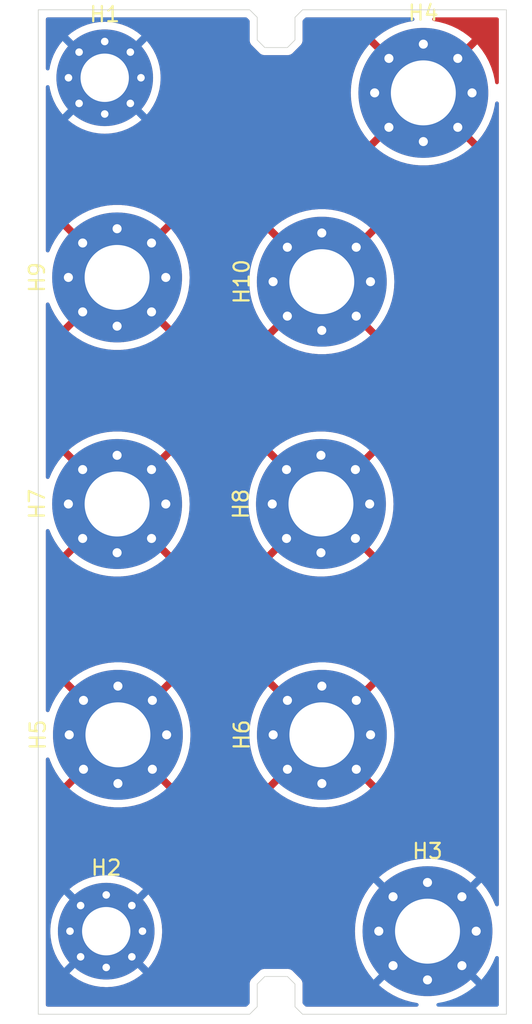
<source format=kicad_pcb>
(kicad_pcb (version 20240108) (generator "pcbnew") (generator_version "8.0")
  (layers (0 "F.Cu" signal) (31 "B.Cu" signal) (34 "B.Paste" user) (35 "F.Paste" user) (36 "B.SilkS" user "B.Silkscreen") (37 "F.SilkS" user "F.Silkscreen") (38 "B.Mask" user) (39 "F.Mask" user) (44 "Edge.Cuts" user))
  (net 0 "")
  (net 1 "/GND")
  (net 2 "/5V")
  (footprint "MountingHole:MountingHole_4.3mm_M4_Pad_Via" (layer "F.Cu") (at 112.219581 96.219581 90)
    (property "Reference" "H8" (at 0 -5.3 90) (layer "F.SilkS"))
    (property "Value" "MountingHole_Pad")
    (pad "1" thru_hole circle (at -3.225 0 90) (size 0.9 0.9) (drill 0.6) (layers "*.Cu" "*.Mask" "In1.Cu" "In2.Cu" "In3.Cu" "In4.Cu" "In5.Cu" "In6.Cu" "In7.Cu" "In8.Cu" "In9.Cu" "In10.Cu" "In11.Cu" "In12.Cu" "In13.Cu" "In14.Cu" "In15.Cu" "In16.Cu" "In17.Cu" "In18.Cu" "In19.Cu" "In20.Cu" "In21.Cu" "In22.Cu" "In23.Cu" "In24.Cu" "In25.Cu" "In26.Cu" "In27.Cu" "In28.Cu" "In29.Cu" "In30.Cu") (net 2 "/5V"))
    (pad "1" thru_hole circle (at -2.280419 -2.280419 90) (size 0.9 0.9) (drill 0.6) (layers "*.Cu" "*.Mask" "In1.Cu" "In2.Cu" "In3.Cu" "In4.Cu" "In5.Cu" "In6.Cu" "In7.Cu" "In8.Cu" "In9.Cu" "In10.Cu" "In11.Cu" "In12.Cu" "In13.Cu" "In14.Cu" "In15.Cu" "In16.Cu" "In17.Cu" "In18.Cu" "In19.Cu" "In20.Cu" "In21.Cu" "In22.Cu" "In23.Cu" "In24.Cu" "In25.Cu" "In26.Cu" "In27.Cu" "In28.Cu" "In29.Cu" "In30.Cu") (net 2 "/5V"))
    (pad "1" thru_hole circle (at -2.280419 2.280419 90) (size 0.9 0.9) (drill 0.6) (layers "*.Cu" "*.Mask" "In1.Cu" "In2.Cu" "In3.Cu" "In4.Cu" "In5.Cu" "In6.Cu" "In7.Cu" "In8.Cu" "In9.Cu" "In10.Cu" "In11.Cu" "In12.Cu" "In13.Cu" "In14.Cu" "In15.Cu" "In16.Cu" "In17.Cu" "In18.Cu" "In19.Cu" "In20.Cu" "In21.Cu" "In22.Cu" "In23.Cu" "In24.Cu" "In25.Cu" "In26.Cu" "In27.Cu" "In28.Cu" "In29.Cu" "In30.Cu") (net 2 "/5V"))
    (pad "1" thru_hole circle (at 0 -3.225 90) (size 0.9 0.9) (drill 0.6) (layers "*.Cu" "*.Mask" "In1.Cu" "In2.Cu" "In3.Cu" "In4.Cu" "In5.Cu" "In6.Cu" "In7.Cu" "In8.Cu" "In9.Cu" "In10.Cu" "In11.Cu" "In12.Cu" "In13.Cu" "In14.Cu" "In15.Cu" "In16.Cu" "In17.Cu" "In18.Cu" "In19.Cu" "In20.Cu" "In21.Cu" "In22.Cu" "In23.Cu" "In24.Cu" "In25.Cu" "In26.Cu" "In27.Cu" "In28.Cu" "In29.Cu" "In30.Cu") (net 2 "/5V"))
    (pad "1" thru_hole circle (at 0 0 90) (size 8.6 8.6) (drill 4.3) (layers "*.Cu" "*.Mask" "In1.Cu" "In2.Cu" "In3.Cu" "In4.Cu" "In5.Cu" "In6.Cu" "In7.Cu" "In8.Cu" "In9.Cu" "In10.Cu" "In11.Cu" "In12.Cu" "In13.Cu" "In14.Cu" "In15.Cu" "In16.Cu" "In17.Cu" "In18.Cu" "In19.Cu" "In20.Cu" "In21.Cu" "In22.Cu" "In23.Cu" "In24.Cu" "In25.Cu" "In26.Cu" "In27.Cu" "In28.Cu" "In29.Cu" "In30.Cu") (net 2 "/5V"))
    (pad "1" thru_hole circle (at 0 3.225 90) (size 0.9 0.9) (drill 0.6) (layers "*.Cu" "*.Mask" "In1.Cu" "In2.Cu" "In3.Cu" "In4.Cu" "In5.Cu" "In6.Cu" "In7.Cu" "In8.Cu" "In9.Cu" "In10.Cu" "In11.Cu" "In12.Cu" "In13.Cu" "In14.Cu" "In15.Cu" "In16.Cu" "In17.Cu" "In18.Cu" "In19.Cu" "In20.Cu" "In21.Cu" "In22.Cu" "In23.Cu" "In24.Cu" "In25.Cu" "In26.Cu" "In27.Cu" "In28.Cu" "In29.Cu" "In30.Cu") (net 2 "/5V"))
    (pad "1" thru_hole circle (at 2.280419 -2.280419 90) (size 0.9 0.9) (drill 0.6) (layers "*.Cu" "*.Mask" "In1.Cu" "In2.Cu" "In3.Cu" "In4.Cu" "In5.Cu" "In6.Cu" "In7.Cu" "In8.Cu" "In9.Cu" "In10.Cu" "In11.Cu" "In12.Cu" "In13.Cu" "In14.Cu" "In15.Cu" "In16.Cu" "In17.Cu" "In18.Cu" "In19.Cu" "In20.Cu" "In21.Cu" "In22.Cu" "In23.Cu" "In24.Cu" "In25.Cu" "In26.Cu" "In27.Cu" "In28.Cu" "In29.Cu" "In30.Cu") (net 2 "/5V"))
    (pad "1" thru_hole circle (at 2.280419 2.280419 90) (size 0.9 0.9) (drill 0.6) (layers "*.Cu" "*.Mask" "In1.Cu" "In2.Cu" "In3.Cu" "In4.Cu" "In5.Cu" "In6.Cu" "In7.Cu" "In8.Cu" "In9.Cu" "In10.Cu" "In11.Cu" "In12.Cu" "In13.Cu" "In14.Cu" "In15.Cu" "In16.Cu" "In17.Cu" "In18.Cu" "In19.Cu" "In20.Cu" "In21.Cu" "In22.Cu" "In23.Cu" "In24.Cu" "In25.Cu" "In26.Cu" "In27.Cu" "In28.Cu" "In29.Cu" "In30.Cu") (net 2 "/5V"))
    (pad "1" thru_hole circle (at 3.225 0 90) (size 0.9 0.9) (drill 0.6) (layers "*.Cu" "*.Mask" "In1.Cu" "In2.Cu" "In3.Cu" "In4.Cu" "In5.Cu" "In6.Cu" "In7.Cu" "In8.Cu" "In9.Cu" "In10.Cu" "In11.Cu" "In12.Cu" "In13.Cu" "In14.Cu" "In15.Cu" "In16.Cu" "In17.Cu" "In18.Cu" "In19.Cu" "In20.Cu" "In21.Cu" "In22.Cu" "In23.Cu" "In24.Cu" "In25.Cu" "In26.Cu" "In27.Cu" "In28.Cu" "In29.Cu" "In30.Cu") (net 2 "/5V"))
  )
  (footprint "MountingHole:MountingHole_3.2mm_M3_Pad_Via" (layer "F.Cu") (at 98 124.5)
    (property "Reference" "H2" (at 0 -4.2 0) (layer "F.SilkS"))
    (property "Value" "MountingHole_Pad")
    (pad "1" thru_hole circle (at -2.4 0) (size 0.8 0.8) (drill 0.5) (layers "*.Cu" "*.Mask" "In1.Cu" "In2.Cu" "In3.Cu" "In4.Cu" "In5.Cu" "In6.Cu" "In7.Cu" "In8.Cu" "In9.Cu" "In10.Cu" "In11.Cu" "In12.Cu" "In13.Cu" "In14.Cu" "In15.Cu" "In16.Cu" "In17.Cu" "In18.Cu" "In19.Cu" "In20.Cu" "In21.Cu" "In22.Cu" "In23.Cu" "In24.Cu" "In25.Cu" "In26.Cu" "In27.Cu" "In28.Cu" "In29.Cu" "In30.Cu") (net 1 "/GND"))
    (pad "1" thru_hole circle (at -1.697056 -1.697056) (size 0.8 0.8) (drill 0.5) (layers "*.Cu" "*.Mask" "In1.Cu" "In2.Cu" "In3.Cu" "In4.Cu" "In5.Cu" "In6.Cu" "In7.Cu" "In8.Cu" "In9.Cu" "In10.Cu" "In11.Cu" "In12.Cu" "In13.Cu" "In14.Cu" "In15.Cu" "In16.Cu" "In17.Cu" "In18.Cu" "In19.Cu" "In20.Cu" "In21.Cu" "In22.Cu" "In23.Cu" "In24.Cu" "In25.Cu" "In26.Cu" "In27.Cu" "In28.Cu" "In29.Cu" "In30.Cu") (net 1 "/GND"))
    (pad "1" thru_hole circle (at -1.697056 1.697056) (size 0.8 0.8) (drill 0.5) (layers "*.Cu" "*.Mask" "In1.Cu" "In2.Cu" "In3.Cu" "In4.Cu" "In5.Cu" "In6.Cu" "In7.Cu" "In8.Cu" "In9.Cu" "In10.Cu" "In11.Cu" "In12.Cu" "In13.Cu" "In14.Cu" "In15.Cu" "In16.Cu" "In17.Cu" "In18.Cu" "In19.Cu" "In20.Cu" "In21.Cu" "In22.Cu" "In23.Cu" "In24.Cu" "In25.Cu" "In26.Cu" "In27.Cu" "In28.Cu" "In29.Cu" "In30.Cu") (net 1 "/GND"))
    (pad "1" thru_hole circle (at 0 -2.4) (size 0.8 0.8) (drill 0.5) (layers "*.Cu" "*.Mask" "In1.Cu" "In2.Cu" "In3.Cu" "In4.Cu" "In5.Cu" "In6.Cu" "In7.Cu" "In8.Cu" "In9.Cu" "In10.Cu" "In11.Cu" "In12.Cu" "In13.Cu" "In14.Cu" "In15.Cu" "In16.Cu" "In17.Cu" "In18.Cu" "In19.Cu" "In20.Cu" "In21.Cu" "In22.Cu" "In23.Cu" "In24.Cu" "In25.Cu" "In26.Cu" "In27.Cu" "In28.Cu" "In29.Cu" "In30.Cu") (net 1 "/GND"))
    (pad "1" thru_hole circle (at 0 0) (size 6.4 6.4) (drill 3.2) (layers "*.Cu" "*.Mask" "In1.Cu" "In2.Cu" "In3.Cu" "In4.Cu" "In5.Cu" "In6.Cu" "In7.Cu" "In8.Cu" "In9.Cu" "In10.Cu" "In11.Cu" "In12.Cu" "In13.Cu" "In14.Cu" "In15.Cu" "In16.Cu" "In17.Cu" "In18.Cu" "In19.Cu" "In20.Cu" "In21.Cu" "In22.Cu" "In23.Cu" "In24.Cu" "In25.Cu" "In26.Cu" "In27.Cu" "In28.Cu" "In29.Cu" "In30.Cu") (net 1 "/GND"))
    (pad "1" thru_hole circle (at 0 2.4) (size 0.8 0.8) (drill 0.5) (layers "*.Cu" "*.Mask" "In1.Cu" "In2.Cu" "In3.Cu" "In4.Cu" "In5.Cu" "In6.Cu" "In7.Cu" "In8.Cu" "In9.Cu" "In10.Cu" "In11.Cu" "In12.Cu" "In13.Cu" "In14.Cu" "In15.Cu" "In16.Cu" "In17.Cu" "In18.Cu" "In19.Cu" "In20.Cu" "In21.Cu" "In22.Cu" "In23.Cu" "In24.Cu" "In25.Cu" "In26.Cu" "In27.Cu" "In28.Cu" "In29.Cu" "In30.Cu") (net 1 "/GND"))
    (pad "1" thru_hole circle (at 1.697056 -1.697056) (size 0.8 0.8) (drill 0.5) (layers "*.Cu" "*.Mask" "In1.Cu" "In2.Cu" "In3.Cu" "In4.Cu" "In5.Cu" "In6.Cu" "In7.Cu" "In8.Cu" "In9.Cu" "In10.Cu" "In11.Cu" "In12.Cu" "In13.Cu" "In14.Cu" "In15.Cu" "In16.Cu" "In17.Cu" "In18.Cu" "In19.Cu" "In20.Cu" "In21.Cu" "In22.Cu" "In23.Cu" "In24.Cu" "In25.Cu" "In26.Cu" "In27.Cu" "In28.Cu" "In29.Cu" "In30.Cu") (net 1 "/GND"))
    (pad "1" thru_hole circle (at 1.697056 1.697056) (size 0.8 0.8) (drill 0.5) (layers "*.Cu" "*.Mask" "In1.Cu" "In2.Cu" "In3.Cu" "In4.Cu" "In5.Cu" "In6.Cu" "In7.Cu" "In8.Cu" "In9.Cu" "In10.Cu" "In11.Cu" "In12.Cu" "In13.Cu" "In14.Cu" "In15.Cu" "In16.Cu" "In17.Cu" "In18.Cu" "In19.Cu" "In20.Cu" "In21.Cu" "In22.Cu" "In23.Cu" "In24.Cu" "In25.Cu" "In26.Cu" "In27.Cu" "In28.Cu" "In29.Cu" "In30.Cu") (net 1 "/GND"))
    (pad "1" thru_hole circle (at 2.4 0) (size 0.8 0.8) (drill 0.5) (layers "*.Cu" "*.Mask" "In1.Cu" "In2.Cu" "In3.Cu" "In4.Cu" "In5.Cu" "In6.Cu" "In7.Cu" "In8.Cu" "In9.Cu" "In10.Cu" "In11.Cu" "In12.Cu" "In13.Cu" "In14.Cu" "In15.Cu" "In16.Cu" "In17.Cu" "In18.Cu" "In19.Cu" "In20.Cu" "In21.Cu" "In22.Cu" "In23.Cu" "In24.Cu" "In25.Cu" "In26.Cu" "In27.Cu" "In28.Cu" "In29.Cu" "In30.Cu") (net 1 "/GND"))
  )
  (footprint "MountingHole:MountingHole_3.2mm_M3_Pad_Via" (layer "F.Cu") (at 97.9 68)
    (property "Reference" "H1" (at 0 -4.2 0) (layer "F.SilkS"))
    (property "Value" "MountingHole_Pad")
    (pad "1" thru_hole circle (at -2.4 0) (size 0.8 0.8) (drill 0.5) (layers "*.Cu" "*.Mask" "In1.Cu" "In2.Cu" "In3.Cu" "In4.Cu" "In5.Cu" "In6.Cu" "In7.Cu" "In8.Cu" "In9.Cu" "In10.Cu" "In11.Cu" "In12.Cu" "In13.Cu" "In14.Cu" "In15.Cu" "In16.Cu" "In17.Cu" "In18.Cu" "In19.Cu" "In20.Cu" "In21.Cu" "In22.Cu" "In23.Cu" "In24.Cu" "In25.Cu" "In26.Cu" "In27.Cu" "In28.Cu" "In29.Cu" "In30.Cu") (net 1 "/GND"))
    (pad "1" thru_hole circle (at -1.697056 -1.697056) (size 0.8 0.8) (drill 0.5) (layers "*.Cu" "*.Mask" "In1.Cu" "In2.Cu" "In3.Cu" "In4.Cu" "In5.Cu" "In6.Cu" "In7.Cu" "In8.Cu" "In9.Cu" "In10.Cu" "In11.Cu" "In12.Cu" "In13.Cu" "In14.Cu" "In15.Cu" "In16.Cu" "In17.Cu" "In18.Cu" "In19.Cu" "In20.Cu" "In21.Cu" "In22.Cu" "In23.Cu" "In24.Cu" "In25.Cu" "In26.Cu" "In27.Cu" "In28.Cu" "In29.Cu" "In30.Cu") (net 1 "/GND"))
    (pad "1" thru_hole circle (at -1.697056 1.697056) (size 0.8 0.8) (drill 0.5) (layers "*.Cu" "*.Mask" "In1.Cu" "In2.Cu" "In3.Cu" "In4.Cu" "In5.Cu" "In6.Cu" "In7.Cu" "In8.Cu" "In9.Cu" "In10.Cu" "In11.Cu" "In12.Cu" "In13.Cu" "In14.Cu" "In15.Cu" "In16.Cu" "In17.Cu" "In18.Cu" "In19.Cu" "In20.Cu" "In21.Cu" "In22.Cu" "In23.Cu" "In24.Cu" "In25.Cu" "In26.Cu" "In27.Cu" "In28.Cu" "In29.Cu" "In30.Cu") (net 1 "/GND"))
    (pad "1" thru_hole circle (at 0 -2.4) (size 0.8 0.8) (drill 0.5) (layers "*.Cu" "*.Mask" "In1.Cu" "In2.Cu" "In3.Cu" "In4.Cu" "In5.Cu" "In6.Cu" "In7.Cu" "In8.Cu" "In9.Cu" "In10.Cu" "In11.Cu" "In12.Cu" "In13.Cu" "In14.Cu" "In15.Cu" "In16.Cu" "In17.Cu" "In18.Cu" "In19.Cu" "In20.Cu" "In21.Cu" "In22.Cu" "In23.Cu" "In24.Cu" "In25.Cu" "In26.Cu" "In27.Cu" "In28.Cu" "In29.Cu" "In30.Cu") (net 1 "/GND"))
    (pad "1" thru_hole circle (at 0 0) (size 6.4 6.4) (drill 3.2) (layers "*.Cu" "*.Mask" "In1.Cu" "In2.Cu" "In3.Cu" "In4.Cu" "In5.Cu" "In6.Cu" "In7.Cu" "In8.Cu" "In9.Cu" "In10.Cu" "In11.Cu" "In12.Cu" "In13.Cu" "In14.Cu" "In15.Cu" "In16.Cu" "In17.Cu" "In18.Cu" "In19.Cu" "In20.Cu" "In21.Cu" "In22.Cu" "In23.Cu" "In24.Cu" "In25.Cu" "In26.Cu" "In27.Cu" "In28.Cu" "In29.Cu" "In30.Cu") (net 1 "/GND"))
    (pad "1" thru_hole circle (at 0 2.4) (size 0.8 0.8) (drill 0.5) (layers "*.Cu" "*.Mask" "In1.Cu" "In2.Cu" "In3.Cu" "In4.Cu" "In5.Cu" "In6.Cu" "In7.Cu" "In8.Cu" "In9.Cu" "In10.Cu" "In11.Cu" "In12.Cu" "In13.Cu" "In14.Cu" "In15.Cu" "In16.Cu" "In17.Cu" "In18.Cu" "In19.Cu" "In20.Cu" "In21.Cu" "In22.Cu" "In23.Cu" "In24.Cu" "In25.Cu" "In26.Cu" "In27.Cu" "In28.Cu" "In29.Cu" "In30.Cu") (net 1 "/GND"))
    (pad "1" thru_hole circle (at 1.697056 -1.697056) (size 0.8 0.8) (drill 0.5) (layers "*.Cu" "*.Mask" "In1.Cu" "In2.Cu" "In3.Cu" "In4.Cu" "In5.Cu" "In6.Cu" "In7.Cu" "In8.Cu" "In9.Cu" "In10.Cu" "In11.Cu" "In12.Cu" "In13.Cu" "In14.Cu" "In15.Cu" "In16.Cu" "In17.Cu" "In18.Cu" "In19.Cu" "In20.Cu" "In21.Cu" "In22.Cu" "In23.Cu" "In24.Cu" "In25.Cu" "In26.Cu" "In27.Cu" "In28.Cu" "In29.Cu" "In30.Cu") (net 1 "/GND"))
    (pad "1" thru_hole circle (at 1.697056 1.697056) (size 0.8 0.8) (drill 0.5) (layers "*.Cu" "*.Mask" "In1.Cu" "In2.Cu" "In3.Cu" "In4.Cu" "In5.Cu" "In6.Cu" "In7.Cu" "In8.Cu" "In9.Cu" "In10.Cu" "In11.Cu" "In12.Cu" "In13.Cu" "In14.Cu" "In15.Cu" "In16.Cu" "In17.Cu" "In18.Cu" "In19.Cu" "In20.Cu" "In21.Cu" "In22.Cu" "In23.Cu" "In24.Cu" "In25.Cu" "In26.Cu" "In27.Cu" "In28.Cu" "In29.Cu" "In30.Cu") (net 1 "/GND"))
    (pad "1" thru_hole circle (at 2.4 0) (size 0.8 0.8) (drill 0.5) (layers "*.Cu" "*.Mask" "In1.Cu" "In2.Cu" "In3.Cu" "In4.Cu" "In5.Cu" "In6.Cu" "In7.Cu" "In8.Cu" "In9.Cu" "In10.Cu" "In11.Cu" "In12.Cu" "In13.Cu" "In14.Cu" "In15.Cu" "In16.Cu" "In17.Cu" "In18.Cu" "In19.Cu" "In20.Cu" "In21.Cu" "In22.Cu" "In23.Cu" "In24.Cu" "In25.Cu" "In26.Cu" "In27.Cu" "In28.Cu" "In29.Cu" "In30.Cu") (net 1 "/GND"))
  )
  (footprint "MountingHole:MountingHole_4.3mm_M4_Pad_Via" (layer "F.Cu") (at 98.719581 81.219581 90)
    (property "Reference" "H9" (at 0 -5.3 90) (layer "F.SilkS"))
    (property "Value" "MountingHole_Pad")
    (pad "1" thru_hole circle (at -3.225 0 90) (size 0.9 0.9) (drill 0.6) (layers "*.Cu" "*.Mask" "In1.Cu" "In2.Cu" "In3.Cu" "In4.Cu" "In5.Cu" "In6.Cu" "In7.Cu" "In8.Cu" "In9.Cu" "In10.Cu" "In11.Cu" "In12.Cu" "In13.Cu" "In14.Cu" "In15.Cu" "In16.Cu" "In17.Cu" "In18.Cu" "In19.Cu" "In20.Cu" "In21.Cu" "In22.Cu" "In23.Cu" "In24.Cu" "In25.Cu" "In26.Cu" "In27.Cu" "In28.Cu" "In29.Cu" "In30.Cu") (net 2 "/5V"))
    (pad "1" thru_hole circle (at -2.280419 -2.280419 90) (size 0.9 0.9) (drill 0.6) (layers "*.Cu" "*.Mask" "In1.Cu" "In2.Cu" "In3.Cu" "In4.Cu" "In5.Cu" "In6.Cu" "In7.Cu" "In8.Cu" "In9.Cu" "In10.Cu" "In11.Cu" "In12.Cu" "In13.Cu" "In14.Cu" "In15.Cu" "In16.Cu" "In17.Cu" "In18.Cu" "In19.Cu" "In20.Cu" "In21.Cu" "In22.Cu" "In23.Cu" "In24.Cu" "In25.Cu" "In26.Cu" "In27.Cu" "In28.Cu" "In29.Cu" "In30.Cu") (net 2 "/5V"))
    (pad "1" thru_hole circle (at -2.280419 2.280419 90) (size 0.9 0.9) (drill 0.6) (layers "*.Cu" "*.Mask" "In1.Cu" "In2.Cu" "In3.Cu" "In4.Cu" "In5.Cu" "In6.Cu" "In7.Cu" "In8.Cu" "In9.Cu" "In10.Cu" "In11.Cu" "In12.Cu" "In13.Cu" "In14.Cu" "In15.Cu" "In16.Cu" "In17.Cu" "In18.Cu" "In19.Cu" "In20.Cu" "In21.Cu" "In22.Cu" "In23.Cu" "In24.Cu" "In25.Cu" "In26.Cu" "In27.Cu" "In28.Cu" "In29.Cu" "In30.Cu") (net 2 "/5V"))
    (pad "1" thru_hole circle (at 0 -3.225 90) (size 0.9 0.9) (drill 0.6) (layers "*.Cu" "*.Mask" "In1.Cu" "In2.Cu" "In3.Cu" "In4.Cu" "In5.Cu" "In6.Cu" "In7.Cu" "In8.Cu" "In9.Cu" "In10.Cu" "In11.Cu" "In12.Cu" "In13.Cu" "In14.Cu" "In15.Cu" "In16.Cu" "In17.Cu" "In18.Cu" "In19.Cu" "In20.Cu" "In21.Cu" "In22.Cu" "In23.Cu" "In24.Cu" "In25.Cu" "In26.Cu" "In27.Cu" "In28.Cu" "In29.Cu" "In30.Cu") (net 2 "/5V"))
    (pad "1" thru_hole circle (at 0 0 90) (size 8.6 8.6) (drill 4.3) (layers "*.Cu" "*.Mask" "In1.Cu" "In2.Cu" "In3.Cu" "In4.Cu" "In5.Cu" "In6.Cu" "In7.Cu" "In8.Cu" "In9.Cu" "In10.Cu" "In11.Cu" "In12.Cu" "In13.Cu" "In14.Cu" "In15.Cu" "In16.Cu" "In17.Cu" "In18.Cu" "In19.Cu" "In20.Cu" "In21.Cu" "In22.Cu" "In23.Cu" "In24.Cu" "In25.Cu" "In26.Cu" "In27.Cu" "In28.Cu" "In29.Cu" "In30.Cu") (net 2 "/5V"))
    (pad "1" thru_hole circle (at 0 3.225 90) (size 0.9 0.9) (drill 0.6) (layers "*.Cu" "*.Mask" "In1.Cu" "In2.Cu" "In3.Cu" "In4.Cu" "In5.Cu" "In6.Cu" "In7.Cu" "In8.Cu" "In9.Cu" "In10.Cu" "In11.Cu" "In12.Cu" "In13.Cu" "In14.Cu" "In15.Cu" "In16.Cu" "In17.Cu" "In18.Cu" "In19.Cu" "In20.Cu" "In21.Cu" "In22.Cu" "In23.Cu" "In24.Cu" "In25.Cu" "In26.Cu" "In27.Cu" "In28.Cu" "In29.Cu" "In30.Cu") (net 2 "/5V"))
    (pad "1" thru_hole circle (at 2.280419 -2.280419 90) (size 0.9 0.9) (drill 0.6) (layers "*.Cu" "*.Mask" "In1.Cu" "In2.Cu" "In3.Cu" "In4.Cu" "In5.Cu" "In6.Cu" "In7.Cu" "In8.Cu" "In9.Cu" "In10.Cu" "In11.Cu" "In12.Cu" "In13.Cu" "In14.Cu" "In15.Cu" "In16.Cu" "In17.Cu" "In18.Cu" "In19.Cu" "In20.Cu" "In21.Cu" "In22.Cu" "In23.Cu" "In24.Cu" "In25.Cu" "In26.Cu" "In27.Cu" "In28.Cu" "In29.Cu" "In30.Cu") (net 2 "/5V"))
    (pad "1" thru_hole circle (at 2.280419 2.280419 90) (size 0.9 0.9) (drill 0.6) (layers "*.Cu" "*.Mask" "In1.Cu" "In2.Cu" "In3.Cu" "In4.Cu" "In5.Cu" "In6.Cu" "In7.Cu" "In8.Cu" "In9.Cu" "In10.Cu" "In11.Cu" "In12.Cu" "In13.Cu" "In14.Cu" "In15.Cu" "In16.Cu" "In17.Cu" "In18.Cu" "In19.Cu" "In20.Cu" "In21.Cu" "In22.Cu" "In23.Cu" "In24.Cu" "In25.Cu" "In26.Cu" "In27.Cu" "In28.Cu" "In29.Cu" "In30.Cu") (net 2 "/5V"))
    (pad "1" thru_hole circle (at 3.225 0 90) (size 0.9 0.9) (drill 0.6) (layers "*.Cu" "*.Mask" "In1.Cu" "In2.Cu" "In3.Cu" "In4.Cu" "In5.Cu" "In6.Cu" "In7.Cu" "In8.Cu" "In9.Cu" "In10.Cu" "In11.Cu" "In12.Cu" "In13.Cu" "In14.Cu" "In15.Cu" "In16.Cu" "In17.Cu" "In18.Cu" "In19.Cu" "In20.Cu" "In21.Cu" "In22.Cu" "In23.Cu" "In24.Cu" "In25.Cu" "In26.Cu" "In27.Cu" "In28.Cu" "In29.Cu" "In30.Cu") (net 2 "/5V"))
  )
  (footprint "MountingHole:MountingHole_4.3mm_M4_Pad_Via" (layer "F.Cu") (at 98.775 111.5 90)
    (property "Reference" "H5" (at 0 -5.3 90) (layer "F.SilkS"))
    (property "Value" "MountingHole_Pad")
    (pad "1" thru_hole circle (at -3.225 0 90) (size 0.9 0.9) (drill 0.6) (layers "*.Cu" "*.Mask" "In1.Cu" "In2.Cu" "In3.Cu" "In4.Cu" "In5.Cu" "In6.Cu" "In7.Cu" "In8.Cu" "In9.Cu" "In10.Cu" "In11.Cu" "In12.Cu" "In13.Cu" "In14.Cu" "In15.Cu" "In16.Cu" "In17.Cu" "In18.Cu" "In19.Cu" "In20.Cu" "In21.Cu" "In22.Cu" "In23.Cu" "In24.Cu" "In25.Cu" "In26.Cu" "In27.Cu" "In28.Cu" "In29.Cu" "In30.Cu") (net 2 "/5V"))
    (pad "1" thru_hole circle (at -2.280419 -2.280419 90) (size 0.9 0.9) (drill 0.6) (layers "*.Cu" "*.Mask" "In1.Cu" "In2.Cu" "In3.Cu" "In4.Cu" "In5.Cu" "In6.Cu" "In7.Cu" "In8.Cu" "In9.Cu" "In10.Cu" "In11.Cu" "In12.Cu" "In13.Cu" "In14.Cu" "In15.Cu" "In16.Cu" "In17.Cu" "In18.Cu" "In19.Cu" "In20.Cu" "In21.Cu" "In22.Cu" "In23.Cu" "In24.Cu" "In25.Cu" "In26.Cu" "In27.Cu" "In28.Cu" "In29.Cu" "In30.Cu") (net 2 "/5V"))
    (pad "1" thru_hole circle (at -2.280419 2.280419 90) (size 0.9 0.9) (drill 0.6) (layers "*.Cu" "*.Mask" "In1.Cu" "In2.Cu" "In3.Cu" "In4.Cu" "In5.Cu" "In6.Cu" "In7.Cu" "In8.Cu" "In9.Cu" "In10.Cu" "In11.Cu" "In12.Cu" "In13.Cu" "In14.Cu" "In15.Cu" "In16.Cu" "In17.Cu" "In18.Cu" "In19.Cu" "In20.Cu" "In21.Cu" "In22.Cu" "In23.Cu" "In24.Cu" "In25.Cu" "In26.Cu" "In27.Cu" "In28.Cu" "In29.Cu" "In30.Cu") (net 2 "/5V"))
    (pad "1" thru_hole circle (at 0 -3.225 90) (size 0.9 0.9) (drill 0.6) (layers "*.Cu" "*.Mask" "In1.Cu" "In2.Cu" "In3.Cu" "In4.Cu" "In5.Cu" "In6.Cu" "In7.Cu" "In8.Cu" "In9.Cu" "In10.Cu" "In11.Cu" "In12.Cu" "In13.Cu" "In14.Cu" "In15.Cu" "In16.Cu" "In17.Cu" "In18.Cu" "In19.Cu" "In20.Cu" "In21.Cu" "In22.Cu" "In23.Cu" "In24.Cu" "In25.Cu" "In26.Cu" "In27.Cu" "In28.Cu" "In29.Cu" "In30.Cu") (net 2 "/5V"))
    (pad "1" thru_hole circle (at 0 0 90) (size 8.6 8.6) (drill 4.3) (layers "*.Cu" "*.Mask" "In1.Cu" "In2.Cu" "In3.Cu" "In4.Cu" "In5.Cu" "In6.Cu" "In7.Cu" "In8.Cu" "In9.Cu" "In10.Cu" "In11.Cu" "In12.Cu" "In13.Cu" "In14.Cu" "In15.Cu" "In16.Cu" "In17.Cu" "In18.Cu" "In19.Cu" "In20.Cu" "In21.Cu" "In22.Cu" "In23.Cu" "In24.Cu" "In25.Cu" "In26.Cu" "In27.Cu" "In28.Cu" "In29.Cu" "In30.Cu") (net 2 "/5V"))
    (pad "1" thru_hole circle (at 0 3.225 90) (size 0.9 0.9) (drill 0.6) (layers "*.Cu" "*.Mask" "In1.Cu" "In2.Cu" "In3.Cu" "In4.Cu" "In5.Cu" "In6.Cu" "In7.Cu" "In8.Cu" "In9.Cu" "In10.Cu" "In11.Cu" "In12.Cu" "In13.Cu" "In14.Cu" "In15.Cu" "In16.Cu" "In17.Cu" "In18.Cu" "In19.Cu" "In20.Cu" "In21.Cu" "In22.Cu" "In23.Cu" "In24.Cu" "In25.Cu" "In26.Cu" "In27.Cu" "In28.Cu" "In29.Cu" "In30.Cu") (net 2 "/5V"))
    (pad "1" thru_hole circle (at 2.280419 -2.280419 90) (size 0.9 0.9) (drill 0.6) (layers "*.Cu" "*.Mask" "In1.Cu" "In2.Cu" "In3.Cu" "In4.Cu" "In5.Cu" "In6.Cu" "In7.Cu" "In8.Cu" "In9.Cu" "In10.Cu" "In11.Cu" "In12.Cu" "In13.Cu" "In14.Cu" "In15.Cu" "In16.Cu" "In17.Cu" "In18.Cu" "In19.Cu" "In20.Cu" "In21.Cu" "In22.Cu" "In23.Cu" "In24.Cu" "In25.Cu" "In26.Cu" "In27.Cu" "In28.Cu" "In29.Cu" "In30.Cu") (net 2 "/5V"))
    (pad "1" thru_hole circle (at 2.280419 2.280419 90) (size 0.9 0.9) (drill 0.6) (layers "*.Cu" "*.Mask" "In1.Cu" "In2.Cu" "In3.Cu" "In4.Cu" "In5.Cu" "In6.Cu" "In7.Cu" "In8.Cu" "In9.Cu" "In10.Cu" "In11.Cu" "In12.Cu" "In13.Cu" "In14.Cu" "In15.Cu" "In16.Cu" "In17.Cu" "In18.Cu" "In19.Cu" "In20.Cu" "In21.Cu" "In22.Cu" "In23.Cu" "In24.Cu" "In25.Cu" "In26.Cu" "In27.Cu" "In28.Cu" "In29.Cu" "In30.Cu") (net 2 "/5V"))
    (pad "1" thru_hole circle (at 3.225 0 90) (size 0.9 0.9) (drill 0.6) (layers "*.Cu" "*.Mask" "In1.Cu" "In2.Cu" "In3.Cu" "In4.Cu" "In5.Cu" "In6.Cu" "In7.Cu" "In8.Cu" "In9.Cu" "In10.Cu" "In11.Cu" "In12.Cu" "In13.Cu" "In14.Cu" "In15.Cu" "In16.Cu" "In17.Cu" "In18.Cu" "In19.Cu" "In20.Cu" "In21.Cu" "In22.Cu" "In23.Cu" "In24.Cu" "In25.Cu" "In26.Cu" "In27.Cu" "In28.Cu" "In29.Cu" "In30.Cu") (net 2 "/5V"))
  )
  (footprint "MountingHole:MountingHole_4.3mm_M4_Pad_Via" (layer "F.Cu") (at 98.719581 96.219581 90)
    (property "Reference" "H7" (at 0 -5.3 90) (layer "F.SilkS"))
    (property "Value" "MountingHole_Pad")
    (pad "1" thru_hole circle (at -3.225 0 90) (size 0.9 0.9) (drill 0.6) (layers "*.Cu" "*.Mask" "In1.Cu" "In2.Cu" "In3.Cu" "In4.Cu" "In5.Cu" "In6.Cu" "In7.Cu" "In8.Cu" "In9.Cu" "In10.Cu" "In11.Cu" "In12.Cu" "In13.Cu" "In14.Cu" "In15.Cu" "In16.Cu" "In17.Cu" "In18.Cu" "In19.Cu" "In20.Cu" "In21.Cu" "In22.Cu" "In23.Cu" "In24.Cu" "In25.Cu" "In26.Cu" "In27.Cu" "In28.Cu" "In29.Cu" "In30.Cu") (net 2 "/5V"))
    (pad "1" thru_hole circle (at -2.280419 -2.280419 90) (size 0.9 0.9) (drill 0.6) (layers "*.Cu" "*.Mask" "In1.Cu" "In2.Cu" "In3.Cu" "In4.Cu" "In5.Cu" "In6.Cu" "In7.Cu" "In8.Cu" "In9.Cu" "In10.Cu" "In11.Cu" "In12.Cu" "In13.Cu" "In14.Cu" "In15.Cu" "In16.Cu" "In17.Cu" "In18.Cu" "In19.Cu" "In20.Cu" "In21.Cu" "In22.Cu" "In23.Cu" "In24.Cu" "In25.Cu" "In26.Cu" "In27.Cu" "In28.Cu" "In29.Cu" "In30.Cu") (net 2 "/5V"))
    (pad "1" thru_hole circle (at -2.280419 2.280419 90) (size 0.9 0.9) (drill 0.6) (layers "*.Cu" "*.Mask" "In1.Cu" "In2.Cu" "In3.Cu" "In4.Cu" "In5.Cu" "In6.Cu" "In7.Cu" "In8.Cu" "In9.Cu" "In10.Cu" "In11.Cu" "In12.Cu" "In13.Cu" "In14.Cu" "In15.Cu" "In16.Cu" "In17.Cu" "In18.Cu" "In19.Cu" "In20.Cu" "In21.Cu" "In22.Cu" "In23.Cu" "In24.Cu" "In25.Cu" "In26.Cu" "In27.Cu" "In28.Cu" "In29.Cu" "In30.Cu") (net 2 "/5V"))
    (pad "1" thru_hole circle (at 0 -3.225 90) (size 0.9 0.9) (drill 0.6) (layers "*.Cu" "*.Mask" "In1.Cu" "In2.Cu" "In3.Cu" "In4.Cu" "In5.Cu" "In6.Cu" "In7.Cu" "In8.Cu" "In9.Cu" "In10.Cu" "In11.Cu" "In12.Cu" "In13.Cu" "In14.Cu" "In15.Cu" "In16.Cu" "In17.Cu" "In18.Cu" "In19.Cu" "In20.Cu" "In21.Cu" "In22.Cu" "In23.Cu" "In24.Cu" "In25.Cu" "In26.Cu" "In27.Cu" "In28.Cu" "In29.Cu" "In30.Cu") (net 2 "/5V"))
    (pad "1" thru_hole circle (at 0 0 90) (size 8.6 8.6) (drill 4.3) (layers "*.Cu" "*.Mask" "In1.Cu" "In2.Cu" "In3.Cu" "In4.Cu" "In5.Cu" "In6.Cu" "In7.Cu" "In8.Cu" "In9.Cu" "In10.Cu" "In11.Cu" "In12.Cu" "In13.Cu" "In14.Cu" "In15.Cu" "In16.Cu" "In17.Cu" "In18.Cu" "In19.Cu" "In20.Cu" "In21.Cu" "In22.Cu" "In23.Cu" "In24.Cu" "In25.Cu" "In26.Cu" "In27.Cu" "In28.Cu" "In29.Cu" "In30.Cu") (net 2 "/5V"))
    (pad "1" thru_hole circle (at 0 3.225 90) (size 0.9 0.9) (drill 0.6) (layers "*.Cu" "*.Mask" "In1.Cu" "In2.Cu" "In3.Cu" "In4.Cu" "In5.Cu" "In6.Cu" "In7.Cu" "In8.Cu" "In9.Cu" "In10.Cu" "In11.Cu" "In12.Cu" "In13.Cu" "In14.Cu" "In15.Cu" "In16.Cu" "In17.Cu" "In18.Cu" "In19.Cu" "In20.Cu" "In21.Cu" "In22.Cu" "In23.Cu" "In24.Cu" "In25.Cu" "In26.Cu" "In27.Cu" "In28.Cu" "In29.Cu" "In30.Cu") (net 2 "/5V"))
    (pad "1" thru_hole circle (at 2.280419 -2.280419 90) (size 0.9 0.9) (drill 0.6) (layers "*.Cu" "*.Mask" "In1.Cu" "In2.Cu" "In3.Cu" "In4.Cu" "In5.Cu" "In6.Cu" "In7.Cu" "In8.Cu" "In9.Cu" "In10.Cu" "In11.Cu" "In12.Cu" "In13.Cu" "In14.Cu" "In15.Cu" "In16.Cu" "In17.Cu" "In18.Cu" "In19.Cu" "In20.Cu" "In21.Cu" "In22.Cu" "In23.Cu" "In24.Cu" "In25.Cu" "In26.Cu" "In27.Cu" "In28.Cu" "In29.Cu" "In30.Cu") (net 2 "/5V"))
    (pad "1" thru_hole circle (at 2.280419 2.280419 90) (size 0.9 0.9) (drill 0.6) (layers "*.Cu" "*.Mask" "In1.Cu" "In2.Cu" "In3.Cu" "In4.Cu" "In5.Cu" "In6.Cu" "In7.Cu" "In8.Cu" "In9.Cu" "In10.Cu" "In11.Cu" "In12.Cu" "In13.Cu" "In14.Cu" "In15.Cu" "In16.Cu" "In17.Cu" "In18.Cu" "In19.Cu" "In20.Cu" "In21.Cu" "In22.Cu" "In23.Cu" "In24.Cu" "In25.Cu" "In26.Cu" "In27.Cu" "In28.Cu" "In29.Cu" "In30.Cu") (net 2 "/5V"))
    (pad "1" thru_hole circle (at 3.225 0 90) (size 0.9 0.9) (drill 0.6) (layers "*.Cu" "*.Mask" "In1.Cu" "In2.Cu" "In3.Cu" "In4.Cu" "In5.Cu" "In6.Cu" "In7.Cu" "In8.Cu" "In9.Cu" "In10.Cu" "In11.Cu" "In12.Cu" "In13.Cu" "In14.Cu" "In15.Cu" "In16.Cu" "In17.Cu" "In18.Cu" "In19.Cu" "In20.Cu" "In21.Cu" "In22.Cu" "In23.Cu" "In24.Cu" "In25.Cu" "In26.Cu" "In27.Cu" "In28.Cu" "In29.Cu" "In30.Cu") (net 2 "/5V"))
  )
  (footprint "MountingHole:MountingHole_4.3mm_M4_Pad_Via" (layer "F.Cu") (at 112.280419 111.5 90)
    (property "Reference" "H6" (at 0 -5.3 90) (layer "F.SilkS"))
    (property "Value" "MountingHole_Pad")
    (pad "1" thru_hole circle (at -3.225 0 90) (size 0.9 0.9) (drill 0.6) (layers "*.Cu" "*.Mask" "In1.Cu" "In2.Cu" "In3.Cu" "In4.Cu" "In5.Cu" "In6.Cu" "In7.Cu" "In8.Cu" "In9.Cu" "In10.Cu" "In11.Cu" "In12.Cu" "In13.Cu" "In14.Cu" "In15.Cu" "In16.Cu" "In17.Cu" "In18.Cu" "In19.Cu" "In20.Cu" "In21.Cu" "In22.Cu" "In23.Cu" "In24.Cu" "In25.Cu" "In26.Cu" "In27.Cu" "In28.Cu" "In29.Cu" "In30.Cu") (net 2 "/5V"))
    (pad "1" thru_hole circle (at -2.280419 -2.280419 90) (size 0.9 0.9) (drill 0.6) (layers "*.Cu" "*.Mask" "In1.Cu" "In2.Cu" "In3.Cu" "In4.Cu" "In5.Cu" "In6.Cu" "In7.Cu" "In8.Cu" "In9.Cu" "In10.Cu" "In11.Cu" "In12.Cu" "In13.Cu" "In14.Cu" "In15.Cu" "In16.Cu" "In17.Cu" "In18.Cu" "In19.Cu" "In20.Cu" "In21.Cu" "In22.Cu" "In23.Cu" "In24.Cu" "In25.Cu" "In26.Cu" "In27.Cu" "In28.Cu" "In29.Cu" "In30.Cu") (net 2 "/5V"))
    (pad "1" thru_hole circle (at -2.280419 2.280419 90) (size 0.9 0.9) (drill 0.6) (layers "*.Cu" "*.Mask" "In1.Cu" "In2.Cu" "In3.Cu" "In4.Cu" "In5.Cu" "In6.Cu" "In7.Cu" "In8.Cu" "In9.Cu" "In10.Cu" "In11.Cu" "In12.Cu" "In13.Cu" "In14.Cu" "In15.Cu" "In16.Cu" "In17.Cu" "In18.Cu" "In19.Cu" "In20.Cu" "In21.Cu" "In22.Cu" "In23.Cu" "In24.Cu" "In25.Cu" "In26.Cu" "In27.Cu" "In28.Cu" "In29.Cu" "In30.Cu") (net 2 "/5V"))
    (pad "1" thru_hole circle (at 0 -3.225 90) (size 0.9 0.9) (drill 0.6) (layers "*.Cu" "*.Mask" "In1.Cu" "In2.Cu" "In3.Cu" "In4.Cu" "In5.Cu" "In6.Cu" "In7.Cu" "In8.Cu" "In9.Cu" "In10.Cu" "In11.Cu" "In12.Cu" "In13.Cu" "In14.Cu" "In15.Cu" "In16.Cu" "In17.Cu" "In18.Cu" "In19.Cu" "In20.Cu" "In21.Cu" "In22.Cu" "In23.Cu" "In24.Cu" "In25.Cu" "In26.Cu" "In27.Cu" "In28.Cu" "In29.Cu" "In30.Cu") (net 2 "/5V"))
    (pad "1" thru_hole circle (at 0 0 90) (size 8.6 8.6) (drill 4.3) (layers "*.Cu" "*.Mask" "In1.Cu" "In2.Cu" "In3.Cu" "In4.Cu" "In5.Cu" "In6.Cu" "In7.Cu" "In8.Cu" "In9.Cu" "In10.Cu" "In11.Cu" "In12.Cu" "In13.Cu" "In14.Cu" "In15.Cu" "In16.Cu" "In17.Cu" "In18.Cu" "In19.Cu" "In20.Cu" "In21.Cu" "In22.Cu" "In23.Cu" "In24.Cu" "In25.Cu" "In26.Cu" "In27.Cu" "In28.Cu" "In29.Cu" "In30.Cu") (net 2 "/5V"))
    (pad "1" thru_hole circle (at 0 3.225 90) (size 0.9 0.9) (drill 0.6) (layers "*.Cu" "*.Mask" "In1.Cu" "In2.Cu" "In3.Cu" "In4.Cu" "In5.Cu" "In6.Cu" "In7.Cu" "In8.Cu" "In9.Cu" "In10.Cu" "In11.Cu" "In12.Cu" "In13.Cu" "In14.Cu" "In15.Cu" "In16.Cu" "In17.Cu" "In18.Cu" "In19.Cu" "In20.Cu" "In21.Cu" "In22.Cu" "In23.Cu" "In24.Cu" "In25.Cu" "In26.Cu" "In27.Cu" "In28.Cu" "In29.Cu" "In30.Cu") (net 2 "/5V"))
    (pad "1" thru_hole circle (at 2.280419 -2.280419 90) (size 0.9 0.9) (drill 0.6) (layers "*.Cu" "*.Mask" "In1.Cu" "In2.Cu" "In3.Cu" "In4.Cu" "In5.Cu" "In6.Cu" "In7.Cu" "In8.Cu" "In9.Cu" "In10.Cu" "In11.Cu" "In12.Cu" "In13.Cu" "In14.Cu" "In15.Cu" "In16.Cu" "In17.Cu" "In18.Cu" "In19.Cu" "In20.Cu" "In21.Cu" "In22.Cu" "In23.Cu" "In24.Cu" "In25.Cu" "In26.Cu" "In27.Cu" "In28.Cu" "In29.Cu" "In30.Cu") (net 2 "/5V"))
    (pad "1" thru_hole circle (at 2.280419 2.280419 90) (size 0.9 0.9) (drill 0.6) (layers "*.Cu" "*.Mask" "In1.Cu" "In2.Cu" "In3.Cu" "In4.Cu" "In5.Cu" "In6.Cu" "In7.Cu" "In8.Cu" "In9.Cu" "In10.Cu" "In11.Cu" "In12.Cu" "In13.Cu" "In14.Cu" "In15.Cu" "In16.Cu" "In17.Cu" "In18.Cu" "In19.Cu" "In20.Cu" "In21.Cu" "In22.Cu" "In23.Cu" "In24.Cu" "In25.Cu" "In26.Cu" "In27.Cu" "In28.Cu" "In29.Cu" "In30.Cu") (net 2 "/5V"))
    (pad "1" thru_hole circle (at 3.225 0 90) (size 0.9 0.9) (drill 0.6) (layers "*.Cu" "*.Mask" "In1.Cu" "In2.Cu" "In3.Cu" "In4.Cu" "In5.Cu" "In6.Cu" "In7.Cu" "In8.Cu" "In9.Cu" "In10.Cu" "In11.Cu" "In12.Cu" "In13.Cu" "In14.Cu" "In15.Cu" "In16.Cu" "In17.Cu" "In18.Cu" "In19.Cu" "In20.Cu" "In21.Cu" "In22.Cu" "In23.Cu" "In24.Cu" "In25.Cu" "In26.Cu" "In27.Cu" "In28.Cu" "In29.Cu" "In30.Cu") (net 2 "/5V"))
  )
  (footprint "MountingHole:MountingHole_4.3mm_M4_Pad_Via" (layer "F.Cu") (at 119.275 124.5)
    (property "Reference" "H3" (at 0 -5.3 0) (layer "F.SilkS"))
    (property "Value" "MountingHole_Pad")
    (pad "1" thru_hole circle (at -3.225 0) (size 0.9 0.9) (drill 0.6) (layers "*.Cu" "*.Mask" "In1.Cu" "In2.Cu" "In3.Cu" "In4.Cu" "In5.Cu" "In6.Cu" "In7.Cu" "In8.Cu" "In9.Cu" "In10.Cu" "In11.Cu" "In12.Cu" "In13.Cu" "In14.Cu" "In15.Cu" "In16.Cu" "In17.Cu" "In18.Cu" "In19.Cu" "In20.Cu" "In21.Cu" "In22.Cu" "In23.Cu" "In24.Cu" "In25.Cu" "In26.Cu" "In27.Cu" "In28.Cu" "In29.Cu" "In30.Cu") (net 1 "/GND"))
    (pad "1" thru_hole circle (at -2.280419 -2.280419) (size 0.9 0.9) (drill 0.6) (layers "*.Cu" "*.Mask" "In1.Cu" "In2.Cu" "In3.Cu" "In4.Cu" "In5.Cu" "In6.Cu" "In7.Cu" "In8.Cu" "In9.Cu" "In10.Cu" "In11.Cu" "In12.Cu" "In13.Cu" "In14.Cu" "In15.Cu" "In16.Cu" "In17.Cu" "In18.Cu" "In19.Cu" "In20.Cu" "In21.Cu" "In22.Cu" "In23.Cu" "In24.Cu" "In25.Cu" "In26.Cu" "In27.Cu" "In28.Cu" "In29.Cu" "In30.Cu") (net 1 "/GND"))
    (pad "1" thru_hole circle (at -2.280419 2.280419) (size 0.9 0.9) (drill 0.6) (layers "*.Cu" "*.Mask" "In1.Cu" "In2.Cu" "In3.Cu" "In4.Cu" "In5.Cu" "In6.Cu" "In7.Cu" "In8.Cu" "In9.Cu" "In10.Cu" "In11.Cu" "In12.Cu" "In13.Cu" "In14.Cu" "In15.Cu" "In16.Cu" "In17.Cu" "In18.Cu" "In19.Cu" "In20.Cu" "In21.Cu" "In22.Cu" "In23.Cu" "In24.Cu" "In25.Cu" "In26.Cu" "In27.Cu" "In28.Cu" "In29.Cu" "In30.Cu") (net 1 "/GND"))
    (pad "1" thru_hole circle (at 0 -3.225) (size 0.9 0.9) (drill 0.6) (layers "*.Cu" "*.Mask" "In1.Cu" "In2.Cu" "In3.Cu" "In4.Cu" "In5.Cu" "In6.Cu" "In7.Cu" "In8.Cu" "In9.Cu" "In10.Cu" "In11.Cu" "In12.Cu" "In13.Cu" "In14.Cu" "In15.Cu" "In16.Cu" "In17.Cu" "In18.Cu" "In19.Cu" "In20.Cu" "In21.Cu" "In22.Cu" "In23.Cu" "In24.Cu" "In25.Cu" "In26.Cu" "In27.Cu" "In28.Cu" "In29.Cu" "In30.Cu") (net 1 "/GND"))
    (pad "1" thru_hole circle (at 0 0) (size 8.6 8.6) (drill 4.3) (layers "*.Cu" "*.Mask" "In1.Cu" "In2.Cu" "In3.Cu" "In4.Cu" "In5.Cu" "In6.Cu" "In7.Cu" "In8.Cu" "In9.Cu" "In10.Cu" "In11.Cu" "In12.Cu" "In13.Cu" "In14.Cu" "In15.Cu" "In16.Cu" "In17.Cu" "In18.Cu" "In19.Cu" "In20.Cu" "In21.Cu" "In22.Cu" "In23.Cu" "In24.Cu" "In25.Cu" "In26.Cu" "In27.Cu" "In28.Cu" "In29.Cu" "In30.Cu") (net 1 "/GND"))
    (pad "1" thru_hole circle (at 0 3.225) (size 0.9 0.9) (drill 0.6) (layers "*.Cu" "*.Mask" "In1.Cu" "In2.Cu" "In3.Cu" "In4.Cu" "In5.Cu" "In6.Cu" "In7.Cu" "In8.Cu" "In9.Cu" "In10.Cu" "In11.Cu" "In12.Cu" "In13.Cu" "In14.Cu" "In15.Cu" "In16.Cu" "In17.Cu" "In18.Cu" "In19.Cu" "In20.Cu" "In21.Cu" "In22.Cu" "In23.Cu" "In24.Cu" "In25.Cu" "In26.Cu" "In27.Cu" "In28.Cu" "In29.Cu" "In30.Cu") (net 1 "/GND"))
    (pad "1" thru_hole circle (at 2.280419 -2.280419) (size 0.9 0.9) (drill 0.6) (layers "*.Cu" "*.Mask" "In1.Cu" "In2.Cu" "In3.Cu" "In4.Cu" "In5.Cu" "In6.Cu" "In7.Cu" "In8.Cu" "In9.Cu" "In10.Cu" "In11.Cu" "In12.Cu" "In13.Cu" "In14.Cu" "In15.Cu" "In16.Cu" "In17.Cu" "In18.Cu" "In19.Cu" "In20.Cu" "In21.Cu" "In22.Cu" "In23.Cu" "In24.Cu" "In25.Cu" "In26.Cu" "In27.Cu" "In28.Cu" "In29.Cu" "In30.Cu") (net 1 "/GND"))
    (pad "1" thru_hole circle (at 2.280419 2.280419) (size 0.9 0.9) (drill 0.6) (layers "*.Cu" "*.Mask" "In1.Cu" "In2.Cu" "In3.Cu" "In4.Cu" "In5.Cu" "In6.Cu" "In7.Cu" "In8.Cu" "In9.Cu" "In10.Cu" "In11.Cu" "In12.Cu" "In13.Cu" "In14.Cu" "In15.Cu" "In16.Cu" "In17.Cu" "In18.Cu" "In19.Cu" "In20.Cu" "In21.Cu" "In22.Cu" "In23.Cu" "In24.Cu" "In25.Cu" "In26.Cu" "In27.Cu" "In28.Cu" "In29.Cu" "In30.Cu") (net 1 "/GND"))
    (pad "1" thru_hole circle (at 3.225 0) (size 0.9 0.9) (drill 0.6) (layers "*.Cu" "*.Mask" "In1.Cu" "In2.Cu" "In3.Cu" "In4.Cu" "In5.Cu" "In6.Cu" "In7.Cu" "In8.Cu" "In9.Cu" "In10.Cu" "In11.Cu" "In12.Cu" "In13.Cu" "In14.Cu" "In15.Cu" "In16.Cu" "In17.Cu" "In18.Cu" "In19.Cu" "In20.Cu" "In21.Cu" "In22.Cu" "In23.Cu" "In24.Cu" "In25.Cu" "In26.Cu" "In27.Cu" "In28.Cu" "In29.Cu" "In30.Cu") (net 1 "/GND"))
  )
  (footprint "MountingHole:MountingHole_4.3mm_M4_Pad_Via" (layer "F.Cu") (at 119 69)
    (property "Reference" "H4" (at 0 -5.3 0) (layer "F.SilkS"))
    (property "Value" "MountingHole_Pad")
    (pad "1" thru_hole circle (at -3.225 0) (size 0.9 0.9) (drill 0.6) (layers "*.Cu" "*.Mask" "In1.Cu" "In2.Cu" "In3.Cu" "In4.Cu" "In5.Cu" "In6.Cu" "In7.Cu" "In8.Cu" "In9.Cu" "In10.Cu" "In11.Cu" "In12.Cu" "In13.Cu" "In14.Cu" "In15.Cu" "In16.Cu" "In17.Cu" "In18.Cu" "In19.Cu" "In20.Cu" "In21.Cu" "In22.Cu" "In23.Cu" "In24.Cu" "In25.Cu" "In26.Cu" "In27.Cu" "In28.Cu" "In29.Cu" "In30.Cu") (net 2 "/5V"))
    (pad "1" thru_hole circle (at -2.280419 -2.280419) (size 0.9 0.9) (drill 0.6) (layers "*.Cu" "*.Mask" "In1.Cu" "In2.Cu" "In3.Cu" "In4.Cu" "In5.Cu" "In6.Cu" "In7.Cu" "In8.Cu" "In9.Cu" "In10.Cu" "In11.Cu" "In12.Cu" "In13.Cu" "In14.Cu" "In15.Cu" "In16.Cu" "In17.Cu" "In18.Cu" "In19.Cu" "In20.Cu" "In21.Cu" "In22.Cu" "In23.Cu" "In24.Cu" "In25.Cu" "In26.Cu" "In27.Cu" "In28.Cu" "In29.Cu" "In30.Cu") (net 2 "/5V"))
    (pad "1" thru_hole circle (at -2.280419 2.280419) (size 0.9 0.9) (drill 0.6) (layers "*.Cu" "*.Mask" "In1.Cu" "In2.Cu" "In3.Cu" "In4.Cu" "In5.Cu" "In6.Cu" "In7.Cu" "In8.Cu" "In9.Cu" "In10.Cu" "In11.Cu" "In12.Cu" "In13.Cu" "In14.Cu" "In15.Cu" "In16.Cu" "In17.Cu" "In18.Cu" "In19.Cu" "In20.Cu" "In21.Cu" "In22.Cu" "In23.Cu" "In24.Cu" "In25.Cu" "In26.Cu" "In27.Cu" "In28.Cu" "In29.Cu" "In30.Cu") (net 2 "/5V"))
    (pad "1" thru_hole circle (at 0 -3.225) (size 0.9 0.9) (drill 0.6) (layers "*.Cu" "*.Mask" "In1.Cu" "In2.Cu" "In3.Cu" "In4.Cu" "In5.Cu" "In6.Cu" "In7.Cu" "In8.Cu" "In9.Cu" "In10.Cu" "In11.Cu" "In12.Cu" "In13.Cu" "In14.Cu" "In15.Cu" "In16.Cu" "In17.Cu" "In18.Cu" "In19.Cu" "In20.Cu" "In21.Cu" "In22.Cu" "In23.Cu" "In24.Cu" "In25.Cu" "In26.Cu" "In27.Cu" "In28.Cu" "In29.Cu" "In30.Cu") (net 2 "/5V"))
    (pad "1" thru_hole circle (at 0 0) (size 8.6 8.6) (drill 4.3) (layers "*.Cu" "*.Mask" "In1.Cu" "In2.Cu" "In3.Cu" "In4.Cu" "In5.Cu" "In6.Cu" "In7.Cu" "In8.Cu" "In9.Cu" "In10.Cu" "In11.Cu" "In12.Cu" "In13.Cu" "In14.Cu" "In15.Cu" "In16.Cu" "In17.Cu" "In18.Cu" "In19.Cu" "In20.Cu" "In21.Cu" "In22.Cu" "In23.Cu" "In24.Cu" "In25.Cu" "In26.Cu" "In27.Cu" "In28.Cu" "In29.Cu" "In30.Cu") (net 2 "/5V"))
    (pad "1" thru_hole circle (at 0 3.225) (size 0.9 0.9) (drill 0.6) (layers "*.Cu" "*.Mask" "In1.Cu" "In2.Cu" "In3.Cu" "In4.Cu" "In5.Cu" "In6.Cu" "In7.Cu" "In8.Cu" "In9.Cu" "In10.Cu" "In11.Cu" "In12.Cu" "In13.Cu" "In14.Cu" "In15.Cu" "In16.Cu" "In17.Cu" "In18.Cu" "In19.Cu" "In20.Cu" "In21.Cu" "In22.Cu" "In23.Cu" "In24.Cu" "In25.Cu" "In26.Cu" "In27.Cu" "In28.Cu" "In29.Cu" "In30.Cu") (net 2 "/5V"))
    (pad "1" thru_hole circle (at 2.280419 -2.280419) (size 0.9 0.9) (drill 0.6) (layers "*.Cu" "*.Mask" "In1.Cu" "In2.Cu" "In3.Cu" "In4.Cu" "In5.Cu" "In6.Cu" "In7.Cu" "In8.Cu" "In9.Cu" "In10.Cu" "In11.Cu" "In12.Cu" "In13.Cu" "In14.Cu" "In15.Cu" "In16.Cu" "In17.Cu" "In18.Cu" "In19.Cu" "In20.Cu" "In21.Cu" "In22.Cu" "In23.Cu" "In24.Cu" "In25.Cu" "In26.Cu" "In27.Cu" "In28.Cu" "In29.Cu" "In30.Cu") (net 2 "/5V"))
    (pad "1" thru_hole circle (at 2.280419 2.280419) (size 0.9 0.9) (drill 0.6) (layers "*.Cu" "*.Mask" "In1.Cu" "In2.Cu" "In3.Cu" "In4.Cu" "In5.Cu" "In6.Cu" "In7.Cu" "In8.Cu" "In9.Cu" "In10.Cu" "In11.Cu" "In12.Cu" "In13.Cu" "In14.Cu" "In15.Cu" "In16.Cu" "In17.Cu" "In18.Cu" "In19.Cu" "In20.Cu" "In21.Cu" "In22.Cu" "In23.Cu" "In24.Cu" "In25.Cu" "In26.Cu" "In27.Cu" "In28.Cu" "In29.Cu" "In30.Cu") (net 2 "/5V"))
    (pad "1" thru_hole circle (at 3.225 0) (size 0.9 0.9) (drill 0.6) (layers "*.Cu" "*.Mask" "In1.Cu" "In2.Cu" "In3.Cu" "In4.Cu" "In5.Cu" "In6.Cu" "In7.Cu" "In8.Cu" "In9.Cu" "In10.Cu" "In11.Cu" "In12.Cu" "In13.Cu" "In14.Cu" "In15.Cu" "In16.Cu" "In17.Cu" "In18.Cu" "In19.Cu" "In20.Cu" "In21.Cu" "In22.Cu" "In23.Cu" "In24.Cu" "In25.Cu" "In26.Cu" "In27.Cu" "In28.Cu" "In29.Cu" "In30.Cu") (net 2 "/5V"))
  )
  (footprint "MountingHole:MountingHole_4.3mm_M4_Pad_Via" (layer "F.Cu") (at 112.275 81.5 90)
    (property "Reference" "H10" (at 0 -5.3 90) (layer "F.SilkS"))
    (property "Value" "MountingHole_Pad")
    (pad "1" thru_hole circle (at -3.225 0 90) (size 0.9 0.9) (drill 0.6) (layers "*.Cu" "*.Mask" "In1.Cu" "In2.Cu" "In3.Cu" "In4.Cu" "In5.Cu" "In6.Cu" "In7.Cu" "In8.Cu" "In9.Cu" "In10.Cu" "In11.Cu" "In12.Cu" "In13.Cu" "In14.Cu" "In15.Cu" "In16.Cu" "In17.Cu" "In18.Cu" "In19.Cu" "In20.Cu" "In21.Cu" "In22.Cu" "In23.Cu" "In24.Cu" "In25.Cu" "In26.Cu" "In27.Cu" "In28.Cu" "In29.Cu" "In30.Cu") (net 2 "/5V"))
    (pad "1" thru_hole circle (at -2.280419 -2.280419 90) (size 0.9 0.9) (drill 0.6) (layers "*.Cu" "*.Mask" "In1.Cu" "In2.Cu" "In3.Cu" "In4.Cu" "In5.Cu" "In6.Cu" "In7.Cu" "In8.Cu" "In9.Cu" "In10.Cu" "In11.Cu" "In12.Cu" "In13.Cu" "In14.Cu" "In15.Cu" "In16.Cu" "In17.Cu" "In18.Cu" "In19.Cu" "In20.Cu" "In21.Cu" "In22.Cu" "In23.Cu" "In24.Cu" "In25.Cu" "In26.Cu" "In27.Cu" "In28.Cu" "In29.Cu" "In30.Cu") (net 2 "/5V"))
    (pad "1" thru_hole circle (at -2.280419 2.280419 90) (size 0.9 0.9) (drill 0.6) (layers "*.Cu" "*.Mask" "In1.Cu" "In2.Cu" "In3.Cu" "In4.Cu" "In5.Cu" "In6.Cu" "In7.Cu" "In8.Cu" "In9.Cu" "In10.Cu" "In11.Cu" "In12.Cu" "In13.Cu" "In14.Cu" "In15.Cu" "In16.Cu" "In17.Cu" "In18.Cu" "In19.Cu" "In20.Cu" "In21.Cu" "In22.Cu" "In23.Cu" "In24.Cu" "In25.Cu" "In26.Cu" "In27.Cu" "In28.Cu" "In29.Cu" "In30.Cu") (net 2 "/5V"))
    (pad "1" thru_hole circle (at 0 -3.225 90) (size 0.9 0.9) (drill 0.6) (layers "*.Cu" "*.Mask" "In1.Cu" "In2.Cu" "In3.Cu" "In4.Cu" "In5.Cu" "In6.Cu" "In7.Cu" "In8.Cu" "In9.Cu" "In10.Cu" "In11.Cu" "In12.Cu" "In13.Cu" "In14.Cu" "In15.Cu" "In16.Cu" "In17.Cu" "In18.Cu" "In19.Cu" "In20.Cu" "In21.Cu" "In22.Cu" "In23.Cu" "In24.Cu" "In25.Cu" "In26.Cu" "In27.Cu" "In28.Cu" "In29.Cu" "In30.Cu") (net 2 "/5V"))
    (pad "1" thru_hole circle (at 0 0 90) (size 8.6 8.6) (drill 4.3) (layers "*.Cu" "*.Mask" "In1.Cu" "In2.Cu" "In3.Cu" "In4.Cu" "In5.Cu" "In6.Cu" "In7.Cu" "In8.Cu" "In9.Cu" "In10.Cu" "In11.Cu" "In12.Cu" "In13.Cu" "In14.Cu" "In15.Cu" "In16.Cu" "In17.Cu" "In18.Cu" "In19.Cu" "In20.Cu" "In21.Cu" "In22.Cu" "In23.Cu" "In24.Cu" "In25.Cu" "In26.Cu" "In27.Cu" "In28.Cu" "In29.Cu" "In30.Cu") (net 2 "/5V"))
    (pad "1" thru_hole circle (at 0 3.225 90) (size 0.9 0.9) (drill 0.6) (layers "*.Cu" "*.Mask" "In1.Cu" "In2.Cu" "In3.Cu" "In4.Cu" "In5.Cu" "In6.Cu" "In7.Cu" "In8.Cu" "In9.Cu" "In10.Cu" "In11.Cu" "In12.Cu" "In13.Cu" "In14.Cu" "In15.Cu" "In16.Cu" "In17.Cu" "In18.Cu" "In19.Cu" "In20.Cu" "In21.Cu" "In22.Cu" "In23.Cu" "In24.Cu" "In25.Cu" "In26.Cu" "In27.Cu" "In28.Cu" "In29.Cu" "In30.Cu") (net 2 "/5V"))
    (pad "1" thru_hole circle (at 2.280419 -2.280419 90) (size 0.9 0.9) (drill 0.6) (layers "*.Cu" "*.Mask" "In1.Cu" "In2.Cu" "In3.Cu" "In4.Cu" "In5.Cu" "In6.Cu" "In7.Cu" "In8.Cu" "In9.Cu" "In10.Cu" "In11.Cu" "In12.Cu" "In13.Cu" "In14.Cu" "In15.Cu" "In16.Cu" "In17.Cu" "In18.Cu" "In19.Cu" "In20.Cu" "In21.Cu" "In22.Cu" "In23.Cu" "In24.Cu" "In25.Cu" "In26.Cu" "In27.Cu" "In28.Cu" "In29.Cu" "In30.Cu") (net 2 "/5V"))
    (pad "1" thru_hole circle (at 2.280419 2.280419 90) (size 0.9 0.9) (drill 0.6) (layers "*.Cu" "*.Mask" "In1.Cu" "In2.Cu" "In3.Cu" "In4.Cu" "In5.Cu" "In6.Cu" "In7.Cu" "In8.Cu" "In9.Cu" "In10.Cu" "In11.Cu" "In12.Cu" "In13.Cu" "In14.Cu" "In15.Cu" "In16.Cu" "In17.Cu" "In18.Cu" "In19.Cu" "In20.Cu" "In21.Cu" "In22.Cu" "In23.Cu" "In24.Cu" "In25.Cu" "In26.Cu" "In27.Cu" "In28.Cu" "In29.Cu" "In30.Cu") (net 2 "/5V"))
    (pad "1" thru_hole circle (at 3.225 0 90) (size 0.9 0.9) (drill 0.6) (layers "*.Cu" "*.Mask" "In1.Cu" "In2.Cu" "In3.Cu" "In4.Cu" "In5.Cu" "In6.Cu" "In7.Cu" "In8.Cu" "In9.Cu" "In10.Cu" "In11.Cu" "In12.Cu" "In13.Cu" "In14.Cu" "In15.Cu" "In16.Cu" "In17.Cu" "In18.Cu" "In19.Cu" "In20.Cu" "In21.Cu" "In22.Cu" "In23.Cu" "In24.Cu" "In25.Cu" "In26.Cu" "In27.Cu" "In28.Cu" "In29.Cu" "In30.Cu") (net 2 "/5V"))
  )
  (gr_poly (pts (xy 124.5 63.5) (xy 111 63.5) (xy 110.5 64) (xy 110.5 65.5) (xy 110 66) (xy 108.5 66) (xy 108 65.5) (xy 108 64) (xy 107.5 63.5) (xy 93.5 63.5) (xy 93.5 130) (xy 107.5 130) (xy 108 129.5) (xy 108 128) (xy 108.5 127.5) (xy 110 127.5) (xy 110.5 128) (xy 110.5 129.5) (xy 111 130) (xy 124.5 130)) (stroke (width 0.05)) (fill none) (layer "Edge.Cuts"))
  (zone (net 2) (net_name "/5V") (layer "F.Cu") (connect_pads (clearance 0.5)) (min_thickness 0.25) (fill yes (thermal_gap 0.5) (thermal_bridge_width 0.5))
    (polygon (pts (xy 124.5 63.5) (xy 93.5 63.5) (xy 93.5 130) (xy 124.5 130)))
  )
  (zone (net 1) (net_name "/GND") (layer "B.Cu") (priority 1) (connect_pads (clearance 0.5)) (min_thickness 0.25) (fill yes (thermal_gap 0.5) (thermal_bridge_width 0.5))
    (polygon (pts (xy 124.5 130) (xy 124.5 63.5) (xy 93.5 63.5) (xy 93.5 130)))
  )
)
</source>
